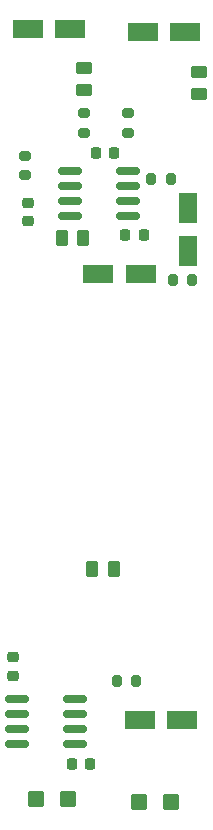
<source format=gbr>
%TF.GenerationSoftware,KiCad,Pcbnew,(6.0.0-0)*%
%TF.CreationDate,2022-01-12T00:44:38+05:30*%
%TF.ProjectId,pre,7072652e-6b69-4636-9164-5f7063625858,rev?*%
%TF.SameCoordinates,Original*%
%TF.FileFunction,Paste,Bot*%
%TF.FilePolarity,Positive*%
%FSLAX46Y46*%
G04 Gerber Fmt 4.6, Leading zero omitted, Abs format (unit mm)*
G04 Created by KiCad (PCBNEW (6.0.0-0)) date 2022-01-12 00:44:38*
%MOMM*%
%LPD*%
G01*
G04 APERTURE LIST*
G04 Aperture macros list*
%AMRoundRect*
0 Rectangle with rounded corners*
0 $1 Rounding radius*
0 $2 $3 $4 $5 $6 $7 $8 $9 X,Y pos of 4 corners*
0 Add a 4 corners polygon primitive as box body*
4,1,4,$2,$3,$4,$5,$6,$7,$8,$9,$2,$3,0*
0 Add four circle primitives for the rounded corners*
1,1,$1+$1,$2,$3*
1,1,$1+$1,$4,$5*
1,1,$1+$1,$6,$7*
1,1,$1+$1,$8,$9*
0 Add four rect primitives between the rounded corners*
20,1,$1+$1,$2,$3,$4,$5,0*
20,1,$1+$1,$4,$5,$6,$7,0*
20,1,$1+$1,$6,$7,$8,$9,0*
20,1,$1+$1,$8,$9,$2,$3,0*%
G04 Aperture macros list end*
%ADD10RoundRect,0.150000X0.825000X0.150000X-0.825000X0.150000X-0.825000X-0.150000X0.825000X-0.150000X0*%
%ADD11RoundRect,0.150000X-0.825000X-0.150000X0.825000X-0.150000X0.825000X0.150000X-0.825000X0.150000X0*%
%ADD12RoundRect,0.200000X0.275000X-0.200000X0.275000X0.200000X-0.275000X0.200000X-0.275000X-0.200000X0*%
%ADD13RoundRect,0.200000X0.200000X0.275000X-0.200000X0.275000X-0.200000X-0.275000X0.200000X-0.275000X0*%
%ADD14RoundRect,0.200000X-0.275000X0.200000X-0.275000X-0.200000X0.275000X-0.200000X0.275000X0.200000X0*%
%ADD15RoundRect,0.250000X0.262500X0.450000X-0.262500X0.450000X-0.262500X-0.450000X0.262500X-0.450000X0*%
%ADD16RoundRect,0.250000X0.450000X-0.262500X0.450000X0.262500X-0.450000X0.262500X-0.450000X-0.262500X0*%
%ADD17RoundRect,0.200000X-0.200000X-0.275000X0.200000X-0.275000X0.200000X0.275000X-0.200000X0.275000X0*%
%ADD18RoundRect,0.250000X-0.262500X-0.450000X0.262500X-0.450000X0.262500X0.450000X-0.262500X0.450000X0*%
%ADD19RoundRect,0.250000X0.450000X0.425000X-0.450000X0.425000X-0.450000X-0.425000X0.450000X-0.425000X0*%
%ADD20RoundRect,0.250000X-0.550000X1.050000X-0.550000X-1.050000X0.550000X-1.050000X0.550000X1.050000X0*%
%ADD21RoundRect,0.225000X-0.225000X-0.250000X0.225000X-0.250000X0.225000X0.250000X-0.225000X0.250000X0*%
%ADD22RoundRect,0.225000X-0.250000X0.225000X-0.250000X-0.225000X0.250000X-0.225000X0.250000X0.225000X0*%
%ADD23RoundRect,0.250000X-1.050000X-0.550000X1.050000X-0.550000X1.050000X0.550000X-1.050000X0.550000X0*%
%ADD24RoundRect,0.225000X0.250000X-0.225000X0.250000X0.225000X-0.250000X0.225000X-0.250000X-0.225000X0*%
%ADD25RoundRect,0.250000X1.050000X0.550000X-1.050000X0.550000X-1.050000X-0.550000X1.050000X-0.550000X0*%
G04 APERTURE END LIST*
D10*
%TO.C,U2*%
X85725000Y-121995000D03*
X85725000Y-123265000D03*
X85725000Y-124535000D03*
X85725000Y-125805000D03*
X80775000Y-125805000D03*
X80775000Y-124535000D03*
X80775000Y-123265000D03*
X80775000Y-121995000D03*
%TD*%
D11*
%TO.C,U1*%
X85275000Y-81155000D03*
X85275000Y-79885000D03*
X85275000Y-78615000D03*
X85275000Y-77345000D03*
X90225000Y-77345000D03*
X90225000Y-78615000D03*
X90225000Y-79885000D03*
X90225000Y-81155000D03*
%TD*%
D12*
%TO.C,R10*%
X81500000Y-77650000D03*
X81500000Y-76000000D03*
%TD*%
D13*
%TO.C,R9*%
X93825000Y-78000000D03*
X92175000Y-78000000D03*
%TD*%
D14*
%TO.C,R8*%
X90250000Y-72425000D03*
X90250000Y-74075000D03*
%TD*%
D13*
%TO.C,R7*%
X90900000Y-120500000D03*
X89250000Y-120500000D03*
%TD*%
D15*
%TO.C,R6*%
X89000000Y-111000000D03*
X87175000Y-111000000D03*
%TD*%
D16*
%TO.C,R5*%
X96250000Y-70750000D03*
X96250000Y-68925000D03*
%TD*%
D14*
%TO.C,R4*%
X86500000Y-72425000D03*
X86500000Y-74075000D03*
%TD*%
D17*
%TO.C,R3*%
X94000000Y-86500000D03*
X95650000Y-86500000D03*
%TD*%
D18*
%TO.C,R2*%
X84587500Y-83000000D03*
X86412500Y-83000000D03*
%TD*%
D16*
%TO.C,R1*%
X86500000Y-70412500D03*
X86500000Y-68587500D03*
%TD*%
D19*
%TO.C,C12*%
X93850000Y-130750000D03*
X91150000Y-130750000D03*
%TD*%
D20*
%TO.C,C11*%
X95250000Y-80450000D03*
X95250000Y-84050000D03*
%TD*%
D21*
%TO.C,C10*%
X89975000Y-82750000D03*
X91525000Y-82750000D03*
%TD*%
D19*
%TO.C,C9*%
X85100000Y-130500000D03*
X82400000Y-130500000D03*
%TD*%
D21*
%TO.C,C8*%
X85475000Y-127500000D03*
X87025000Y-127500000D03*
%TD*%
D22*
%TO.C,C7*%
X80500000Y-118475000D03*
X80500000Y-120025000D03*
%TD*%
D21*
%TO.C,C6*%
X87475000Y-75750000D03*
X89025000Y-75750000D03*
%TD*%
D23*
%TO.C,C5*%
X91450000Y-65500000D03*
X95050000Y-65500000D03*
%TD*%
%TO.C,C4*%
X91200000Y-123750000D03*
X94800000Y-123750000D03*
%TD*%
D24*
%TO.C,C3*%
X81750000Y-81525000D03*
X81750000Y-79975000D03*
%TD*%
D25*
%TO.C,C2*%
X85300000Y-65250000D03*
X81700000Y-65250000D03*
%TD*%
D23*
%TO.C,C1*%
X87700000Y-86000000D03*
X91300000Y-86000000D03*
%TD*%
M02*

</source>
